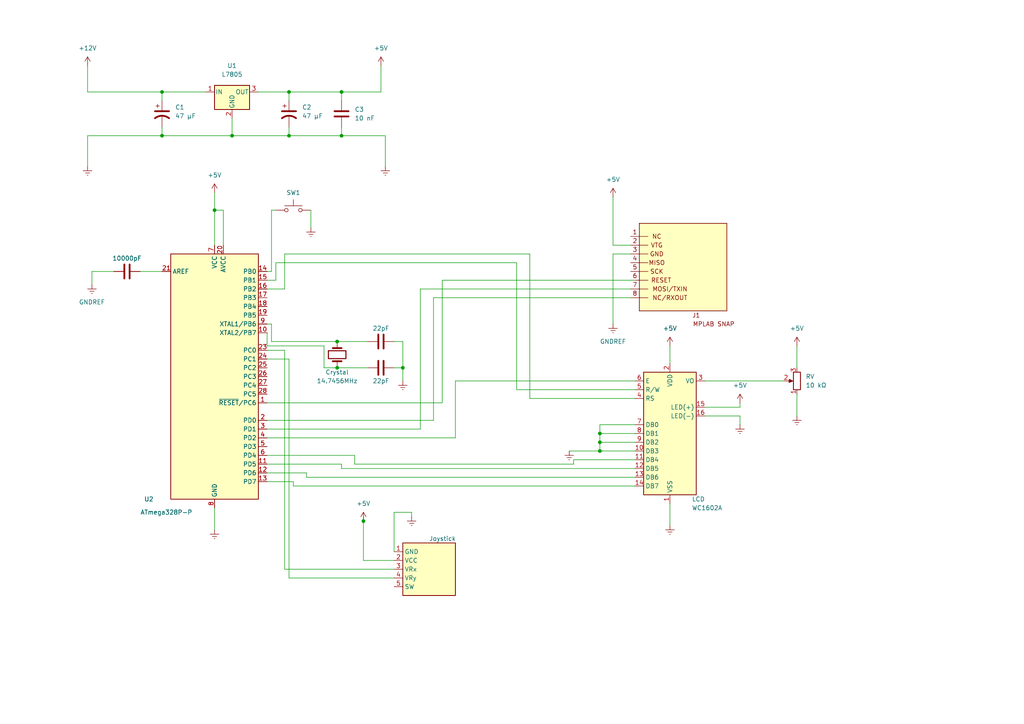
<source format=kicad_sch>
(kicad_sch (version 20211123) (generator eeschema)
  (paper "A4")
  (title_block (title "Game Controller") (date "2022-11-19") (rev "1") (company "University of Alberta") (comment 1 "Moaz Abdelmonem"))
  (lib_symbols
    (symbol "AnalogJoystick:Joystick"
      (property "Reference" "U" (at -6.35 8.89 0))
      (property "Value" "Joystick" (at 1.27 8.89 0))
      (symbol "Joystick_0_1"
        (rectangle (start -7.62 7.62) (end 7.62 -7.62) (stroke (width 0.254)) (fill (type background)))
      )
      (symbol "Joystick_1_1"
        (pin power_out line (at -10.16 5.08 0) (length 2.54) (name "GND") (number "1"))
        (pin input line (at -10.16 2.54 0) (length 2.54) (name "VCC") (number "2"))
        (pin bidirectional line (at -10.16 0 0) (length 2.54) (name "VRx") (number "3"))
        (pin bidirectional line (at -10.16 -2.54 0) (length 2.54) (name "VRy") (number "4"))
        (pin bidirectional line (at -10.16 -5.08 0) (length 2.54) (name "SW") (number "5"))
      )
    )
    (symbol "Device:C" (pin_numbers hide) (pin_names (offset 0.254))
      (property "Reference" "C" (at 0.635 2.54 0))
      (property "Value" "C" (at 0.635 -2.54 0))
      (symbol "C_0_1"
        (polyline (pts (xy -2.032 -0.762) (xy 2.032 -0.762)) (stroke (width 0.508)))
        (polyline (pts (xy -2.032 0.762) (xy 2.032 0.762)) (stroke (width 0.508)))
      )
      (symbol "C_1_1"
        (pin passive line (at 0 3.81 270) (length 2.794) (name "~") (number "1"))
        (pin passive line (at 0 -3.81 90) (length 2.794) (name "~") (number "2"))
      )
    )
    (symbol "Device:C_Polarized_US" (pin_numbers hide) (pin_names (offset 0.254) hide)
      (property "Reference" "C" (at 0.635 2.54 0))
      (property "Value" "C_Polarized_US" (at 0.635 -2.54 0))
      (symbol "C_Polarized_US_0_1"
        (polyline (pts (xy -2.032 0.762) (xy 2.032 0.762)) (stroke (width 0.508)))
        (polyline (pts (xy -1.778 2.286) (xy -0.762 2.286)))
        (polyline (pts (xy -1.27 1.778) (xy -1.27 2.794)))
        (arc (start 2.032 -1.27) (mid 0 -0.5572) (end -2.032 -1.27) (stroke (width 0.508)))
      )
      (symbol "C_Polarized_US_1_1"
        (pin passive line (at 0 3.81 270) (length 2.794) (name "~") (number "1"))
        (pin passive line (at 0 -3.81 90) (length 3.302) (name "~") (number "2"))
      )
    )
    (symbol "Device:Crystal" (pin_numbers hide) (pin_names (offset 1.016) hide)
      (property "Reference" "Y" (at 0 3.81 0))
      (property "Value" "Crystal" (at 0 -3.81 0))
      (symbol "Crystal_0_1"
        (rectangle (start -1.143 2.54) (end 1.143 -2.54) (stroke (width 0.3048)))
        (polyline (pts (xy -2.54 0) (xy -1.905 0)))
        (polyline (pts (xy -1.905 -1.27) (xy -1.905 1.27)) (stroke (width 0.508)))
        (polyline (pts (xy 1.905 -1.27) (xy 1.905 1.27)) (stroke (width 0.508)))
        (polyline (pts (xy 2.54 0) (xy 1.905 0)))
      )
      (symbol "Crystal_1_1"
        (pin passive line (at -3.81 0 0) (length 1.27) (name "1") (number "1"))
        (pin passive line (at 3.81 0 180) (length 1.27) (name "2") (number "2"))
      )
    )
    (symbol "Device:R_Potentiometer" (pin_names (offset 1.016) hide)
      (property "Reference" "RV" (at -4.445 0 90))
      (property "Value" "R_Potentiometer" (at -2.54 0 90))
      (symbol "R_Potentiometer_0_1"
        (polyline (pts (xy 2.54 0) (xy 1.524 0)))
        (polyline (pts (xy 1.143 0) (xy 2.286 0.508) (xy 2.286 -0.508) (xy 1.143 0)) (fill (type outline)))
        (rectangle (start 1.016 2.54) (end -1.016 -2.54) (stroke (width 0.254)))
      )
      (symbol "R_Potentiometer_1_1"
        (pin passive line (at 0 3.81 270) (length 1.27) (name "1") (number "1"))
        (pin passive line (at 3.81 0 180) (length 1.27) (name "2") (number "2"))
        (pin passive line (at 0 -3.81 90) (length 1.27) (name "3") (number "3"))
      )
    )
    (symbol "Display_Character:WC1602A"
      (property "Reference" "LCD" (at 6.35 -19.05 0))
      (property "Value" "WC1602A" (at 6.35 -21.59 0))
      (symbol "WC1602A_1_1"
        (rectangle (start -7.62 17.78) (end 7.62 -17.78) (stroke (width 0.254)) (fill (type background)))
        (pin power_in line (at 0 -20.32 90) (length 2.54) (name "VSS") (number "1"))
        (pin input line (at -10.16 -5.08 0) (length 2.54) (name "DB3") (number "10"))
        (pin input line (at -10.16 -7.62 0) (length 2.54) (name "DB4") (number "11"))
        (pin input line (at -10.16 -10.16 0) (length 2.54) (name "DB5") (number "12"))
        (pin input line (at -10.16 -12.7 0) (length 2.54) (name "DB6") (number "13"))
        (pin input line (at -10.16 -15.24 0) (length 2.54) (name "DB7") (number "14"))
        (pin power_in line (at 10.16 7.62 180) (length 2.54) (name "LED(+)") (number "15"))
        (pin power_in line (at 10.16 5.08 180) (length 2.54) (name "LED(-)") (number "16"))
        (pin power_in line (at 0 20.32 270) (length 2.54) (name "VDD") (number "2"))
        (pin input line (at 10.16 15.24 180) (length 2.54) (name "VO") (number "3"))
        (pin input line (at -10.16 10.16 0) (length 2.54) (name "RS") (number "4"))
        (pin input line (at -10.16 12.7 0) (length 2.54) (name "R/W") (number "5"))
        (pin input line (at -10.16 15.24 0) (length 2.54) (name "E") (number "6"))
        (pin input line (at -10.16 2.54 0) (length 2.54) (name "DB0") (number "7"))
        (pin input line (at -10.16 0 0) (length 2.54) (name "DB1") (number "8"))
        (pin input line (at -10.16 -2.54 0) (length 2.54) (name "DB2") (number "9"))
      )
    )
    (symbol "MCU_Microchip_ATmega:ATmega328P-P"
      (property "Reference" "U" (at -12.7 36.83 0))
      (property "Value" "ATmega328P-P" (at 2.54 -36.83 0))
      (symbol "ATmega328P-P_0_1"
        (rectangle (start -12.7 -35.56) (end 12.7 35.56) (stroke (width 0.254)) (fill (type background)))
      )
      (symbol "ATmega328P-P_1_1"
        (pin bidirectional line (at 15.24 -7.62 180) (length 2.54) (name "~{RESET}/PC6") (number "1"))
        (pin bidirectional line (at 15.24 12.7 180) (length 2.54) (name "XTAL2/PB7") (number "10"))
        (pin bidirectional line (at 15.24 -25.4 180) (length 2.54) (name "PD5") (number "11"))
        (pin bidirectional line (at 15.24 -27.94 180) (length 2.54) (name "PD6") (number "12"))
        (pin bidirectional line (at 15.24 -30.48 180) (length 2.54) (name "PD7") (number "13"))
        (pin bidirectional line (at 15.24 30.48 180) (length 2.54) (name "PB0") (number "14"))
        (pin bidirectional line (at 15.24 27.94 180) (length 2.54) (name "PB1") (number "15"))
        (pin bidirectional line (at 15.24 25.4 180) (length 2.54) (name "PB2") (number "16"))
        (pin bidirectional line (at 15.24 22.86 180) (length 2.54) (name "PB3") (number "17"))
        (pin bidirectional line (at 15.24 20.32 180) (length 2.54) (name "PB4") (number "18"))
        (pin bidirectional line (at 15.24 17.78 180) (length 2.54) (name "PB5") (number "19"))
        (pin bidirectional line (at 15.24 -12.7 180) (length 2.54) (name "PD0") (number "2"))
        (pin power_in line (at 2.54 38.1 270) (length 2.54) (name "AVCC") (number "20"))
        (pin passive line (at -15.24 30.48 0) (length 2.54) (name "AREF") (number "21"))
        (pin passive line (at 0 -38.1 90) (length 2.54) hide (name "GND") (number "22"))
        (pin bidirectional line (at 15.24 7.62 180) (length 2.54) (name "PC0") (number "23"))
        (pin bidirectional line (at 15.24 5.08 180) (length 2.54) (name "PC1") (number "24"))
        (pin bidirectional line (at 15.24 2.54 180) (length 2.54) (name "PC2") (number "25"))
        (pin bidirectional line (at 15.24 0 180) (length 2.54) (name "PC3") (number "26"))
        (pin bidirectional line (at 15.24 -2.54 180) (length 2.54) (name "PC4") (number "27"))
        (pin bidirectional line (at 15.24 -5.08 180) (length 2.54) (name "PC5") (number "28"))
        (pin bidirectional line (at 15.24 -15.24 180) (length 2.54) (name "PD1") (number "3"))
        (pin bidirectional line (at 15.24 -17.78 180) (length 2.54) (name "PD2") (number "4"))
        (pin bidirectional line (at 15.24 -20.32 180) (length 2.54) (name "PD3") (number "5"))
        (pin bidirectional line (at 15.24 -22.86 180) (length 2.54) (name "PD4") (number "6"))
        (pin power_in line (at 0 38.1 270) (length 2.54) (name "VCC") (number "7"))
        (pin power_in line (at 0 -38.1 90) (length 2.54) (name "GND") (number "8"))
        (pin bidirectional line (at 15.24 15.24 180) (length 2.54) (name "XTAL1/PB6") (number "9"))
      )
    )
    (symbol "MCU_Microchip_ATtiny:ATtiny10-TS"
      (symbol "ATtiny10-TS_0_0"
        (text "1" (at -13.97 10.16 0) (effects (font (size 1.27 1.27))))
        (text "2" (at -13.97 7.62 0) (effects (font (size 1.27 1.27))))
        (text "3" (at -13.97 5.08 0) (effects (font (size 1.27 1.27))))
        (text "4" (at -13.97 2.54 0) (effects (font (size 1.27 1.27))))
        (text "5" (at -13.97 0 0) (effects (font (size 1.27 1.27))))
        (text "6" (at -13.97 -2.54 0) (effects (font (size 1.27 1.27))))
        (text "7" (at -13.97 -5.08 0) (effects (font (size 1.27 1.27))))
        (text "8" (at -13.97 -7.62 0) (effects (font (size 1.27 1.27))))
        (text "GND" (at -7.62 3.81 0) (effects (font (size 1.27 1.27))))
        (text "J1" (at 3.81 -13.97 0) (effects (font (size 1.27 1.27))))
        (text "MISO" (at -7.62 1.27 0) (effects (font (size 1.27 1.27))))
        (text "MOSI/TXIN" (at -3.81 -6.35 0) (effects (font (size 1.27 1.27))))
        (text "MPLAB SNAP" (at 8.89 -16.51 0) (effects (font (size 1.27 1.27))))
        (text "NC" (at -7.62 8.89 0) (effects (font (size 1.27 1.27))))
        (text "NC/RXOUT" (at -3.81 -8.89 0) (effects (font (size 1.27 1.27))))
        (text "RESET" (at -6.35 -3.81 0) (effects (font (size 1.27 1.27))))
        (text "SCK" (at -7.62 -1.27 0) (effects (font (size 1.27 1.27))))
        (text "VTG" (at -7.62 6.35 0) (effects (font (size 1.27 1.27))))
      )
      (symbol "ATtiny10-TS_0_1"
        (rectangle (start -12.7 -12.7) (end 12.7 12.7) (stroke (width 0.2)) (fill (type background)))
        (polyline (pts (xy -13.97 6.35) (xy -15.24 6.35)))
        (polyline (pts (xy -10.16 -8.89) (xy -15.24 -8.89)))
        (polyline (pts (xy -10.16 -6.35) (xy -15.24 -6.35)))
        (polyline (pts (xy -10.16 -3.81) (xy -15.24 -3.81)))
        (polyline (pts (xy -10.16 -1.27) (xy -15.24 -1.27)))
        (polyline (pts (xy -10.16 1.27) (xy -15.24 1.27)))
        (polyline (pts (xy -10.16 3.81) (xy -15.24 3.81)))
        (polyline (pts (xy -10.16 6.35) (xy -13.97 6.35)))
        (polyline (pts (xy -10.16 8.89) (xy -15.24 8.89)))
      )
    )
    (symbol "Regulator_Linear:L7805" (pin_names (offset 0.254))
      (property "Reference" "U" (at -3.81 3.175 0))
      (property "Value" "L7805" (at 0 3.175 0))
      (symbol "L7805_0_1"
        (rectangle (start -5.08 1.905) (end 5.08 -5.08) (stroke (width 0.254)) (fill (type background)))
      )
      (symbol "L7805_1_1"
        (pin power_in line (at -7.62 0 0) (length 2.54) (name "IN") (number "1"))
        (pin power_in line (at 0 -7.62 90) (length 2.54) (name "GND") (number "2"))
        (pin power_out line (at 7.62 0 180) (length 2.54) (name "OUT") (number "3"))
      )
    )
    (symbol "Switch:SW_Push" (pin_numbers hide) (pin_names (offset 1.016) hide)
      (property "Reference" "SW" (at 1.27 2.54 0))
      (property "Value" "SW_Push" (at 0 -1.524 0))
      (symbol "SW_Push_0_1"
        (circle (center -2.032 0) (radius 0.508))
        (polyline (pts (xy 0 1.27) (xy 0 3.048)))
        (polyline (pts (xy 2.54 1.27) (xy -2.54 1.27)))
        (circle (center 2.032 0) (radius 0.508))
        (pin passive line (at -5.08 0 0) (length 2.54) (name "1") (number "1"))
        (pin passive line (at 5.08 0 180) (length 2.54) (name "2") (number "2"))
      )
    )
    (symbol "power:+12V" (power) (pin_names (offset 0))
      (property "Value" "+12V" (at 0 3.556 0))
      (symbol "+12V_0_1"
        (polyline (pts (xy -0.762 1.27) (xy 0 2.54)))
        (polyline (pts (xy 0 0) (xy 0 2.54)))
        (polyline (pts (xy 0 2.54) (xy 0.762 1.27)))
      )
      (symbol "+12V_1_1"
        (pin power_in line (at 0 0 90) (length 0) hide (name "+12V") (number "1"))
      )
    )
    (symbol "power:+5V" (power) (pin_names (offset 0))
      (property "Value" "+5V" (at 0 3.556 0))
      (symbol "+5V_0_1"
        (polyline (pts (xy -0.762 1.27) (xy 0 2.54)))
        (polyline (pts (xy 0 0) (xy 0 2.54)))
        (polyline (pts (xy 0 2.54) (xy 0.762 1.27)))
      )
      (symbol "+5V_1_1"
        (pin power_in line (at 0 0 90) (length 0) hide (name "+5V") (number "1"))
      )
    )
    (symbol "power:Earth" (power) (pin_names (offset 0))
      (symbol "Earth_0_1"
        (polyline (pts (xy -0.635 -1.905) (xy 0.635 -1.905)))
        (polyline (pts (xy -0.127 -2.54) (xy 0.127 -2.54)))
        (polyline (pts (xy 0 -1.27) (xy 0 0)))
        (polyline (pts (xy 1.27 -1.27) (xy -1.27 -1.27)))
      )
      (symbol "Earth_1_1"
        (pin power_in line (at 0 0 270) (length 0) hide (name "Earth") (number "1"))
      )
    )
    (symbol "power:GNDREF" (power) (pin_names (offset 0))
      (property "Value" "GNDREF" (at 0 -3.81 0))
      (symbol "GNDREF_0_1"
        (polyline (pts (xy -0.635 -1.905) (xy 0.635 -1.905)))
        (polyline (pts (xy -0.127 -2.54) (xy 0.127 -2.54)))
        (polyline (pts (xy 0 -1.27) (xy 0 0)))
        (polyline (pts (xy 1.27 -1.27) (xy -1.27 -1.27)))
      )
      (symbol "GNDREF_1_1"
        (pin power_in line (at 0 0 270) (length 0) hide (name "GNDREF") (number "1"))
      )
    )
  )
  (junction (at 97.79 106.68))
  (junction (at 116.84 106.68))
  (junction (at 105.41 151.13))
  (junction (at 62.23 60.96))
  (junction (at 173.99 125.73))
  (junction (at 173.99 130.81))
  (junction (at 46.99 39.37))
  (junction (at 97.79 99.06))
  (junction (at 99.06 39.37))
  (junction (at 99.06 26.67))
  (junction (at 46.99 26.67))
  (junction (at 83.82 39.37))
  (junction (at 173.99 128.27))
  (junction (at 83.82 26.67))
  (junction (at 67.31 39.37))
  (wire (pts (xy 149.86 76.2) (xy 80.01 76.2)))
  (wire (pts (xy 40.64 78.74) (xy 46.99 78.74)))
  (wire (pts (xy 153.67 115.57) (xy 184.15 115.57)))
  (wire (pts (xy 132.08 110.49) (xy 132.08 127)))
  (wire (pts (xy 114.3 148.59) (xy 114.3 160.02)))
  (wire (pts (xy 67.31 34.29) (xy 67.31 39.37)))
  (wire (pts (xy 62.23 55.88) (xy 62.23 60.96)))
  (wire (pts (xy 80.01 76.2) (xy 80.01 81.28)))
  (wire (pts (xy 153.67 73.66) (xy 82.55 73.66)))
  (wire (pts (xy 85.09 139.7) (xy 77.47 139.7)))
  (wire (pts (xy 46.99 26.67) (xy 25.4 26.67)))
  (wire (pts (xy 99.06 134.62) (xy 77.47 134.62)))
  (wire (pts (xy 93.98 100.33) (xy 77.47 100.33)))
  (wire (pts (xy 214.63 120.65) (xy 214.63 123.19)))
  (wire (pts (xy 173.99 125.73) (xy 184.15 125.73)))
  (wire (pts (xy 182.88 86.36) (xy 125.73 86.36)))
  (wire (pts (xy 105.41 149.86) (xy 105.41 151.13)))
  (wire (pts (xy 125.73 121.92) (xy 77.47 121.92)))
  (wire (pts (xy 114.3 165.1) (xy 82.55 165.1)))
  (wire (pts (xy 177.8 73.66) (xy 177.8 93.98)))
  (wire (pts (xy 204.47 110.49) (xy 227.33 110.49)))
  (wire (pts (xy 184.15 135.89) (xy 99.06 135.89)))
  (wire (pts (xy 88.9 138.43) (xy 88.9 137.16)))
  (wire (pts (xy 78.74 78.74) (xy 77.47 78.74)))
  (wire (pts (xy 204.47 118.11) (xy 214.63 118.11)))
  (wire (pts (xy 99.06 135.89) (xy 99.06 134.62)))
  (wire (pts (xy 119.38 148.59) (xy 119.38 149.86)))
  (wire (pts (xy 25.4 39.37) (xy 25.4 48.26)))
  (wire (pts (xy 114.3 167.64) (xy 83.82 167.64)))
  (wire (pts (xy 184.15 110.49) (xy 132.08 110.49)))
  (wire (pts (xy 182.88 71.12) (xy 177.8 71.12)))
  (wire (pts (xy 114.3 99.06) (xy 116.84 99.06)))
  (wire (pts (xy 173.99 130.81) (xy 184.15 130.81)))
  (wire (pts (xy 173.99 123.19) (xy 184.15 123.19)))
  (wire (pts (xy 153.67 115.57) (xy 153.67 73.66)))
  (wire (pts (xy 62.23 60.96) (xy 62.23 71.12)))
  (wire (pts (xy 77.47 116.84) (xy 128.27 116.84)))
  (wire (pts (xy 214.63 116.84) (xy 214.63 118.11)))
  (wire (pts (xy 194.31 146.05) (xy 194.31 152.4)))
  (wire (pts (xy 105.41 151.13) (xy 105.41 162.56)))
  (wire (pts (xy 64.77 60.96) (xy 62.23 60.96)))
  (wire (pts (xy 82.55 83.82) (xy 77.47 83.82)))
  (wire (pts (xy 83.82 26.67) (xy 83.82 29.21)))
  (wire (pts (xy 114.3 148.59) (xy 119.38 148.59)))
  (wire (pts (xy 173.99 128.27) (xy 184.15 128.27)))
  (wire (pts (xy 116.84 99.06) (xy 116.84 106.68)))
  (wire (pts (xy 26.67 78.74) (xy 26.67 82.55)))
  (wire (pts (xy 194.31 100.33) (xy 194.31 105.41)))
  (wire (pts (xy 78.74 93.98) (xy 77.47 93.98)))
  (wire (pts (xy 166.37 134.62) (xy 102.87 134.62)))
  (wire (pts (xy 83.82 104.14) (xy 77.47 104.14)))
  (wire (pts (xy 83.82 36.83) (xy 83.82 39.37)))
  (wire (pts (xy 33.02 78.74) (xy 26.67 78.74)))
  (wire (pts (xy 99.06 26.67) (xy 99.06 29.21)))
  (wire (pts (xy 184.15 140.97) (xy 85.09 140.97)))
  (wire (pts (xy 46.99 39.37) (xy 25.4 39.37)))
  (wire (pts (xy 99.06 36.83) (xy 99.06 39.37)))
  (wire (pts (xy 231.14 100.33) (xy 231.14 106.68)))
  (wire (pts (xy 149.86 113.03) (xy 149.86 76.2)))
  (wire (pts (xy 90.17 60.96) (xy 90.17 66.04)))
  (wire (pts (xy 173.99 123.19) (xy 173.99 125.73)))
  (wire (pts (xy 125.73 86.36) (xy 125.73 121.92)))
  (wire (pts (xy 64.77 71.12) (xy 64.77 60.96)))
  (wire (pts (xy 59.69 26.67) (xy 46.99 26.67)))
  (wire (pts (xy 177.8 57.15) (xy 177.8 71.12)))
  (wire (pts (xy 116.84 106.68) (xy 116.84 110.49)))
  (wire (pts (xy 231.14 114.3) (xy 231.14 120.65)))
  (wire (pts (xy 99.06 26.67) (xy 110.49 26.67)))
  (wire (pts (xy 110.49 19.05) (xy 110.49 26.67)))
  (wire (pts (xy 97.79 99.06) (xy 106.68 99.06)))
  (wire (pts (xy 111.76 39.37) (xy 111.76 48.26)))
  (wire (pts (xy 46.99 26.67) (xy 46.99 29.21)))
  (wire (pts (xy 82.55 73.66) (xy 82.55 83.82)))
  (wire (pts (xy 184.15 138.43) (xy 88.9 138.43)))
  (wire (pts (xy 114.3 106.68) (xy 116.84 106.68)))
  (wire (pts (xy 128.27 81.28) (xy 184.15 81.28)))
  (wire (pts (xy 97.79 106.68) (xy 106.68 106.68)))
  (wire (pts (xy 173.99 128.27) (xy 173.99 130.81)))
  (wire (pts (xy 80.01 60.96) (xy 78.74 60.96)))
  (wire (pts (xy 93.98 106.68) (xy 97.79 106.68)))
  (wire (pts (xy 102.87 134.62) (xy 102.87 132.08)))
  (wire (pts (xy 102.87 132.08) (xy 77.47 132.08)))
  (wire (pts (xy 182.88 73.66) (xy 177.8 73.66)))
  (wire (pts (xy 78.74 99.06) (xy 78.74 93.98)))
  (wire (pts (xy 173.99 125.73) (xy 173.99 128.27)))
  (wire (pts (xy 78.74 60.96) (xy 78.74 78.74)))
  (wire (pts (xy 114.3 162.56) (xy 105.41 162.56)))
  (wire (pts (xy 85.09 140.97) (xy 85.09 139.7)))
  (wire (pts (xy 182.88 83.82) (xy 121.92 83.82)))
  (wire (pts (xy 128.27 116.84) (xy 128.27 81.28)))
  (wire (pts (xy 184.15 133.35) (xy 166.37 133.35)))
  (wire (pts (xy 67.31 39.37) (xy 83.82 39.37)))
  (wire (pts (xy 83.82 26.67) (xy 99.06 26.67)))
  (wire (pts (xy 132.08 127) (xy 77.47 127)))
  (wire (pts (xy 121.92 124.46) (xy 77.47 124.46)))
  (wire (pts (xy 166.37 133.35) (xy 166.37 134.62)))
  (wire (pts (xy 82.55 101.6) (xy 77.47 101.6)))
  (wire (pts (xy 67.31 39.37) (xy 46.99 39.37)))
  (wire (pts (xy 121.92 83.82) (xy 121.92 124.46)))
  (wire (pts (xy 62.23 147.32) (xy 62.23 153.67)))
  (wire (pts (xy 46.99 36.83) (xy 46.99 39.37)))
  (wire (pts (xy 99.06 39.37) (xy 111.76 39.37)))
  (wire (pts (xy 77.47 100.33) (xy 77.47 96.52)))
  (wire (pts (xy 80.01 81.28) (xy 77.47 81.28)))
  (wire (pts (xy 204.47 120.65) (xy 214.63 120.65)))
  (wire (pts (xy 184.15 113.03) (xy 149.86 113.03)))
  (wire (pts (xy 82.55 165.1) (xy 82.55 101.6)))
  (wire (pts (xy 83.82 39.37) (xy 99.06 39.37)))
  (wire (pts (xy 88.9 137.16) (xy 77.47 137.16)))
  (wire (pts (xy 25.4 19.05) (xy 25.4 26.67)))
  (wire (pts (xy 93.98 100.33) (xy 93.98 106.68)))
  (wire (pts (xy 83.82 167.64) (xy 83.82 104.14)))
  (wire (pts (xy 173.99 130.81) (xy 165.1 130.81)))
  (wire (pts (xy 78.74 99.06) (xy 97.79 99.06)))
  (wire (pts (xy 74.93 26.67) (xy 83.82 26.67)))
  (symbol (lib_id "power:GNDREF") (at 165.1 130.81 0) (unit 1)
    (property "Reference" "#PWR?" (effects hide))
    (property "Value" "GNDREF" (effects hide))
  )
  (symbol (lib_id "Regulator_Linear:L7805") (at 67.31 26.67 0) (unit 1)
    (property "Reference" "U1" (at 67.31 19.05 0))
    (property "Value" "L7805" (at 67.31 21.59 0))
    (property "Datasheet" "http://www.st.com/content/ccc/resource/technical/document/datasheet/41/4f/b3/b0/12/d4/47/88/CD00000444.pdf/files/CD00000444.pdf/jcr:content/translations/en.CD00000444.pdf" (effects hide))
  )
  (symbol (lib_id "power:GNDREF") (at 177.8 93.98 0) (unit 1)
    (property "Reference" "#PWR?" (effects hide))
    (property "Value" "GNDREF" (at 177.8 99.06 0))
  )
  (symbol (lib_id "power:Earth") (at 90.17 66.04 0) (unit 1)
    (property "Reference" "#PWR?" (effects hide))
    (property "Value" "Earth" (effects hide))
  )
  (symbol (lib_id "power:GNDREF") (at 214.63 123.19 0) (unit 1)
    (property "Reference" "#PWR?" (effects hide))
    (property "Value" "GNDREF" (effects hide))
  )
  (symbol (lib_id "Device:C") (at 110.49 106.68 90) (unit 1)
    (property "Reference" "C?" (effects hide))
    (property "Value" "22pF" (at 110.49 110.49 90))
  )
  (symbol (lib_id "Device:C") (at 99.06 33.02 0) (unit 1)
    (property "Reference" "C3" (at 102.87 31.7499 0) (effects (justify left)))
    (property "Value" "10 nF" (at 102.87 34.2899 0) (effects (justify left)))
  )
  (symbol (lib_id "power:GNDREF") (at 26.67 82.55 0) (unit 1)
    (property "Reference" "#PWR?" (effects hide))
    (property "Value" "GNDREF" (at 26.67 87.63 0))
  )
  (symbol (lib_id "power:GNDREF") (at 231.14 120.65 0) (unit 1)
    (property "Reference" "#PWR?" (effects hide))
    (property "Value" "GNDREF" (effects hide))
  )
  (symbol (lib_id "power:GNDREF") (at 111.76 48.26 0) (unit 1)
    (property "Reference" "#PWR?" (effects hide))
    (property "Value" "GNDREF" (effects hide))
  )
  (symbol (lib_id "AnalogJoystick:Joystick") (at 124.46 165.1 0) (unit 1)
    (property "Reference" "U?" (effects hide))
    (property "Value" "Joystick" (at 124.46 156.21 0) (effects (justify left)))
    (property "Footprint" "Package_SO:SOIC-8_3.9x4.9mm_P1.27mm" (effects hide))
    (property "Datasheet" "https://www.analog.com/media/en/technical-documentation/data-sheets/AD654.pdf" (effects hide))
  )
  (symbol (lib_id "power:+5V") (at 105.41 151.13 0) (unit 1)
    (property "Reference" "#PWR?" (effects hide))
    (property "Value" "+5V" (at 105.41 146.05 0))
  )
  (symbol (lib_id "power:+5V") (at 110.49 19.05 0) (unit 1)
    (property "Reference" "#PWR?" (effects hide))
    (property "Value" "+5V" (at 110.49 13.97 0))
  )
  (symbol (lib_id "power:GNDREF") (at 62.23 153.67 0) (unit 1)
    (property "Reference" "#PWR?" (effects hide))
    (property "Value" "GNDREF" (effects hide))
  )
  (symbol (lib_id "power:+5V") (at 177.8 57.15 0) (unit 1)
    (property "Reference" "#PWR?" (effects hide))
    (property "Value" "+5V" (at 177.8 52.07 0))
  )
  (symbol (lib_id "MCU_Microchip_ATtiny:ATtiny10-TS") (at 198.12 77.47 0) (unit 1)
    (property "Reference" "U?" (effects hide))
    (property "Value" "ATtiny10-TS" (effects hide))
    (property "Footprint" "Package_TO_SOT_SMD:SOT-23-6" (effects hide))
    (property "Datasheet" "http://ww1.microchip.com/downloads/en/DeviceDoc/Atmel-8127-AVR-8-bit-Microcontroller-ATtiny4-ATtiny5-ATtiny9-ATtiny10_Datasheet.pdf" (effects hide))
  )
  (symbol (lib_id "power:+5V") (at 214.63 116.84 0) (unit 1)
    (property "Reference" "#PWR?" (effects hide))
    (property "Value" "+5V" (at 214.63 111.76 0))
  )
  (symbol (lib_id "Device:C") (at 36.83 78.74 270) (unit 1)
    (property "Reference" "C?" (effects hide))
    (property "Value" "10000pF" (at 36.83 74.93 90))
  )
  (symbol (lib_id "power:+5V") (at 231.14 100.33 0) (unit 1)
    (property "Reference" "#PWR?" (effects hide))
    (property "Value" "+5V" (at 231.14 95.25 0))
  )
  (symbol (lib_id "MCU_Microchip_ATmega:ATmega328P-P") (at 62.23 109.22 0) (unit 1)
    (property "Reference" "U2" (at 43.18 144.78 0))
    (property "Value" "ATmega328P-P" (at 48.26 148.59 0))
    (property "Footprint" "Package_DIP:DIP-28_W7.62mm" (effects hide))
    (property "Datasheet" "http://ww1.microchip.com/downloads/en/DeviceDoc/ATmega328_P%20AVR%20MCU%20with%20picoPower%20Technology%20Data%20Sheet%2040001984A.pdf" (effects hide))
  )
  (symbol (lib_id "power:+5V") (at 194.31 100.33 0) (unit 1)
    (property "Reference" "#PWR?" (effects hide))
    (property "Value" "+5V" (at 194.31 95.25 0))
  )
  (symbol (lib_id "power:GNDREF") (at 25.4 48.26 0) (unit 1)
    (property "Reference" "#PWR?" (effects hide))
    (property "Value" "GNDREF" (effects hide))
  )
  (symbol (lib_id "power:+12V") (at 25.4 19.05 0) (unit 1)
    (property "Reference" "#PWR?" (effects hide))
    (property "Value" "+12V" (at 25.4 13.97 0))
  )
  (symbol (lib_id "power:GNDREF") (at 116.84 110.49 0) (unit 1)
    (property "Reference" "#PWR?" (effects hide))
    (property "Value" "GNDREF" (effects hide))
  )
  (symbol (lib_id "Device:C") (at 110.49 99.06 270) (unit 1)
    (property "Reference" "C?" (effects hide))
    (property "Value" "22pF" (at 110.49 95.25 90))
  )
  (symbol (lib_id "power:GNDREF") (at 194.31 152.4 0) (unit 1)
    (property "Reference" "#PWR?" (effects hide))
    (property "Value" "GNDREF" (effects hide))
  )
  (symbol (lib_id "power:GNDREF") (at 119.38 149.86 0) (unit 1)
    (property "Reference" "#PWR?" (effects hide))
    (property "Value" "GNDREF" (effects hide))
  )
  (symbol (lib_id "Device:C_Polarized_US") (at 83.82 33.02 0) (unit 1)
    (property "Reference" "C2" (at 87.63 31.1149 0) (effects (justify left)))
    (property "Value" "47 µF" (at 87.63 33.6549 0) (effects (justify left)))
  )
  (symbol (lib_id "Switch:SW_Push") (at 85.09 60.96 0) (unit 1)
    (property "Reference" "SW1" (at 85.09 55.88 0))
    (property "Value" "SW_Push" (effects hide))
  )
  (symbol (lib_id "power:+5V") (at 62.23 55.88 0) (unit 1)
    (property "Reference" "#PWR?" (effects hide))
    (property "Value" "+5V" (at 62.23 50.8 0))
  )
  (symbol (lib_id "Display_Character:WC1602A") (at 194.31 125.73 0) (unit 1)
    (property "Reference" "LCD" (at 200.66 144.78 0) (effects (justify left)))
    (property "Value" "WC1602A" (at 200.66 147.32 0) (effects (justify left)))
    (property "Footprint" "Display:WC1602A" (effects hide))
    (property "Datasheet" "http://www.wincomlcd.com/pdf/WC1602A-SFYLYHTC06.pdf" (effects hide))
  )
  (symbol (lib_id "Device:R_Potentiometer") (at 231.14 110.49 180) (unit 1)
    (property "Reference" "RV" (at 233.68 109.2199 0) (effects (justify right)))
    (property "Value" "10 kΩ" (at 233.68 111.7599 0) (effects (justify right)))
  )
  (symbol (lib_id "Device:Crystal") (at 97.79 102.87 90) (unit 1)
    (property "Reference" "Crystal" (at 97.79 107.95 90))
    (property "Value" "14.7456MHz" (at 97.79 110.49 90))
  )
  (symbol (lib_id "Device:C_Polarized_US") (at 46.99 33.02 0) (unit 1)
    (property "Reference" "C1" (at 50.8 31.1149 0) (effects (justify left)))
    (property "Value" "47 µF" (at 50.8 33.6549 0) (effects (justify left)))
  )
)
</source>
